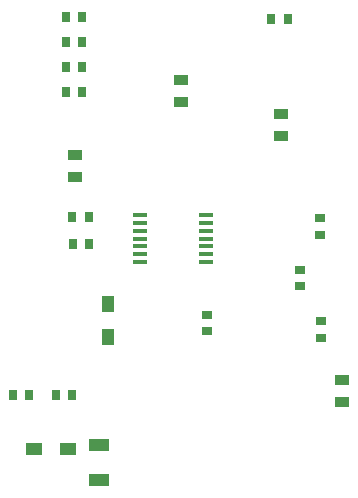
<source format=gbr>
%TF.GenerationSoftware,Altium Limited,Altium Designer,20.0.13 (296)*%
G04 Layer_Color=128*
%FSLAX25Y25*%
%MOIN*%
%TF.FileFunction,Paste,Bot*%
%TF.Part,Single*%
G01*
G75*
%TA.AperFunction,SMDPad,CuDef*%
%ADD11R,0.03543X0.02756*%
%ADD14R,0.05118X0.03740*%
%ADD18R,0.02756X0.03543*%
%ADD35R,0.04331X0.05315*%
%ADD36O,0.05000X0.01575*%
%ADD37R,0.05000X0.01575*%
%ADD38R,0.06693X0.04134*%
%ADD39R,0.05315X0.04331*%
D11*
X588171Y166249D02*
D03*
Y160738D02*
D03*
X619073Y181265D02*
D03*
Y175753D02*
D03*
X625683Y198414D02*
D03*
Y192902D02*
D03*
X626183Y158586D02*
D03*
Y164098D02*
D03*
D14*
X544030Y219597D02*
D03*
Y212314D02*
D03*
X579526Y244437D02*
D03*
Y237154D02*
D03*
X612721Y225909D02*
D03*
Y233192D02*
D03*
X633000Y144500D02*
D03*
Y137216D02*
D03*
D18*
X615024Y264763D02*
D03*
X609512D02*
D03*
X546537Y240640D02*
D03*
X541025D02*
D03*
X546537Y265605D02*
D03*
X541025D02*
D03*
X546537Y257284D02*
D03*
X541025D02*
D03*
X546537Y248962D02*
D03*
X541025D02*
D03*
X543097Y198758D02*
D03*
X548609D02*
D03*
X543323Y189736D02*
D03*
X548835D02*
D03*
X543256Y139500D02*
D03*
X537744D02*
D03*
X528833Y139484D02*
D03*
X523321D02*
D03*
D35*
X555031Y158685D02*
D03*
Y169905D02*
D03*
D36*
X565851Y183977D02*
D03*
Y186537D02*
D03*
Y189097D02*
D03*
Y191657D02*
D03*
Y194217D02*
D03*
Y196777D02*
D03*
Y199337D02*
D03*
X587851Y183977D02*
D03*
Y186537D02*
D03*
Y189097D02*
D03*
Y191657D02*
D03*
Y194217D02*
D03*
Y196777D02*
D03*
D37*
Y199337D02*
D03*
D38*
X552000Y111193D02*
D03*
Y122807D02*
D03*
D39*
X530390Y121500D02*
D03*
X541610D02*
D03*
%TF.MD5,4cef27992bda077b704a1b8b2aaa672a*%
M02*

</source>
